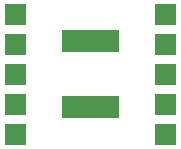
<source format=gts>
G04 #@! TF.GenerationSoftware,KiCad,Pcbnew,5.0.2+dfsg1-1*
G04 #@! TF.CreationDate,2019-10-07T13:36:21+02:00*
G04 #@! TF.ProjectId,fl51xx-bb,666c3531-7878-42d6-9262-2e6b69636164,v1.0.0*
G04 #@! TF.SameCoordinates,Original*
G04 #@! TF.FileFunction,Soldermask,Top*
G04 #@! TF.FilePolarity,Negative*
%FSLAX46Y46*%
G04 Gerber Fmt 4.6, Leading zero omitted, Abs format (unit mm)*
G04 Created by KiCad (PCBNEW 5.0.2+dfsg1-1) date Mon 07 Oct 2019 01:36:21 PM CEST*
%MOMM*%
%LPD*%
G01*
G04 APERTURE LIST*
%ADD10C,0.100000*%
G04 APERTURE END LIST*
D10*
G36*
X19697000Y-28587000D02*
X17895000Y-28587000D01*
X17895000Y-26785000D01*
X19697000Y-26785000D01*
X19697000Y-28587000D01*
X19697000Y-28587000D01*
G37*
G36*
X32397000Y-28587000D02*
X30595000Y-28587000D01*
X30595000Y-26785000D01*
X32397000Y-26785000D01*
X32397000Y-28587000D01*
X32397000Y-28587000D01*
G37*
G36*
X27522000Y-26332000D02*
X22770000Y-26332000D01*
X22770000Y-24480000D01*
X27522000Y-24480000D01*
X27522000Y-26332000D01*
X27522000Y-26332000D01*
G37*
G36*
X19697000Y-26047000D02*
X17895000Y-26047000D01*
X17895000Y-24245000D01*
X19697000Y-24245000D01*
X19697000Y-26047000D01*
X19697000Y-26047000D01*
G37*
G36*
X32397000Y-26047000D02*
X30595000Y-26047000D01*
X30595000Y-24245000D01*
X32397000Y-24245000D01*
X32397000Y-26047000D01*
X32397000Y-26047000D01*
G37*
G36*
X32397000Y-23507000D02*
X30595000Y-23507000D01*
X30595000Y-21705000D01*
X32397000Y-21705000D01*
X32397000Y-23507000D01*
X32397000Y-23507000D01*
G37*
G36*
X19697000Y-23507000D02*
X17895000Y-23507000D01*
X17895000Y-21705000D01*
X19697000Y-21705000D01*
X19697000Y-23507000D01*
X19697000Y-23507000D01*
G37*
G36*
X19697000Y-20967000D02*
X17895000Y-20967000D01*
X17895000Y-19165000D01*
X19697000Y-19165000D01*
X19697000Y-20967000D01*
X19697000Y-20967000D01*
G37*
G36*
X32397000Y-20967000D02*
X30595000Y-20967000D01*
X30595000Y-19165000D01*
X32397000Y-19165000D01*
X32397000Y-20967000D01*
X32397000Y-20967000D01*
G37*
G36*
X27522000Y-20732000D02*
X22770000Y-20732000D01*
X22770000Y-18880000D01*
X27522000Y-18880000D01*
X27522000Y-20732000D01*
X27522000Y-20732000D01*
G37*
G36*
X19697000Y-18427000D02*
X17895000Y-18427000D01*
X17895000Y-16625000D01*
X19697000Y-16625000D01*
X19697000Y-18427000D01*
X19697000Y-18427000D01*
G37*
G36*
X32397000Y-18427000D02*
X30595000Y-18427000D01*
X30595000Y-16625000D01*
X32397000Y-16625000D01*
X32397000Y-18427000D01*
X32397000Y-18427000D01*
G37*
M02*

</source>
